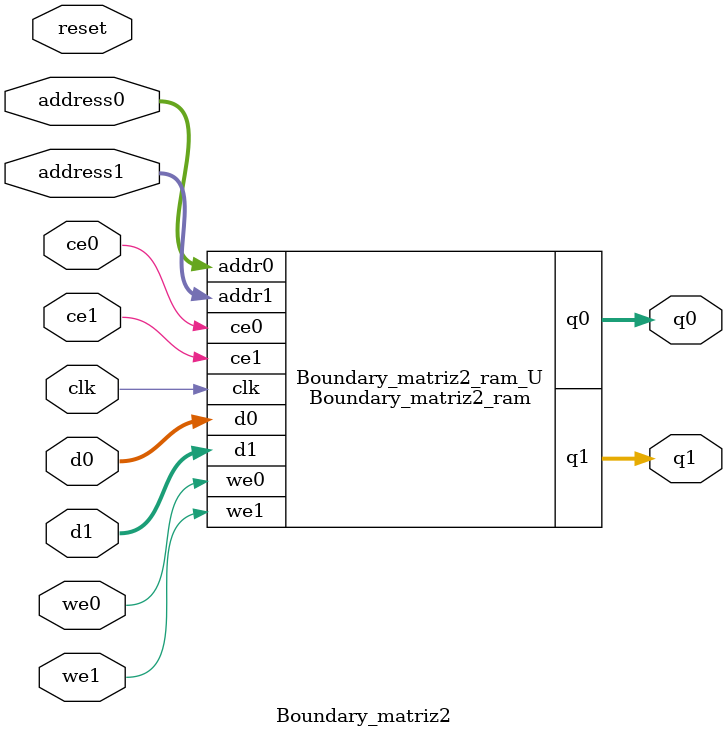
<source format=v>

`timescale 1 ns / 1 ps
module Boundary_matriz2_ram (addr0, ce0, d0, we0, q0, addr1, ce1, d1, we1, q1,  clk);

parameter DWIDTH = 8;
parameter AWIDTH = 18;
parameter MEM_SIZE = 262144;

input[AWIDTH-1:0] addr0;
input ce0;
input[DWIDTH-1:0] d0;
input we0;
output reg[DWIDTH-1:0] q0;
input[AWIDTH-1:0] addr1;
input ce1;
input[DWIDTH-1:0] d1;
input we1;
output reg[DWIDTH-1:0] q1;
input clk;

(* ram_style = "block" *)reg [DWIDTH-1:0] ram[0:MEM_SIZE-1];




always @(posedge clk)  
begin 
    if (ce0) 
    begin
        if (we0) 
        begin 
            ram[addr0] <= d0; 
            q0 <= d0;
        end 
        else 
            q0 <= ram[addr0];
    end
end


always @(posedge clk)  
begin 
    if (ce1) 
    begin
        if (we1) 
        begin 
            ram[addr1] <= d1; 
            q1 <= d1;
        end 
        else 
            q1 <= ram[addr1];
    end
end


endmodule


`timescale 1 ns / 1 ps
module Boundary_matriz2(
    reset,
    clk,
    address0,
    ce0,
    we0,
    d0,
    q0,
    address1,
    ce1,
    we1,
    d1,
    q1);

parameter DataWidth = 32'd8;
parameter AddressRange = 32'd262144;
parameter AddressWidth = 32'd18;
input reset;
input clk;
input[AddressWidth - 1:0] address0;
input ce0;
input we0;
input[DataWidth - 1:0] d0;
output[DataWidth - 1:0] q0;
input[AddressWidth - 1:0] address1;
input ce1;
input we1;
input[DataWidth - 1:0] d1;
output[DataWidth - 1:0] q1;



Boundary_matriz2_ram Boundary_matriz2_ram_U(
    .clk( clk ),
    .addr0( address0 ),
    .ce0( ce0 ),
    .d0( d0 ),
    .we0( we0 ),
    .q0( q0 ),
    .addr1( address1 ),
    .ce1( ce1 ),
    .d1( d1 ),
    .we1( we1 ),
    .q1( q1 ));

endmodule


</source>
